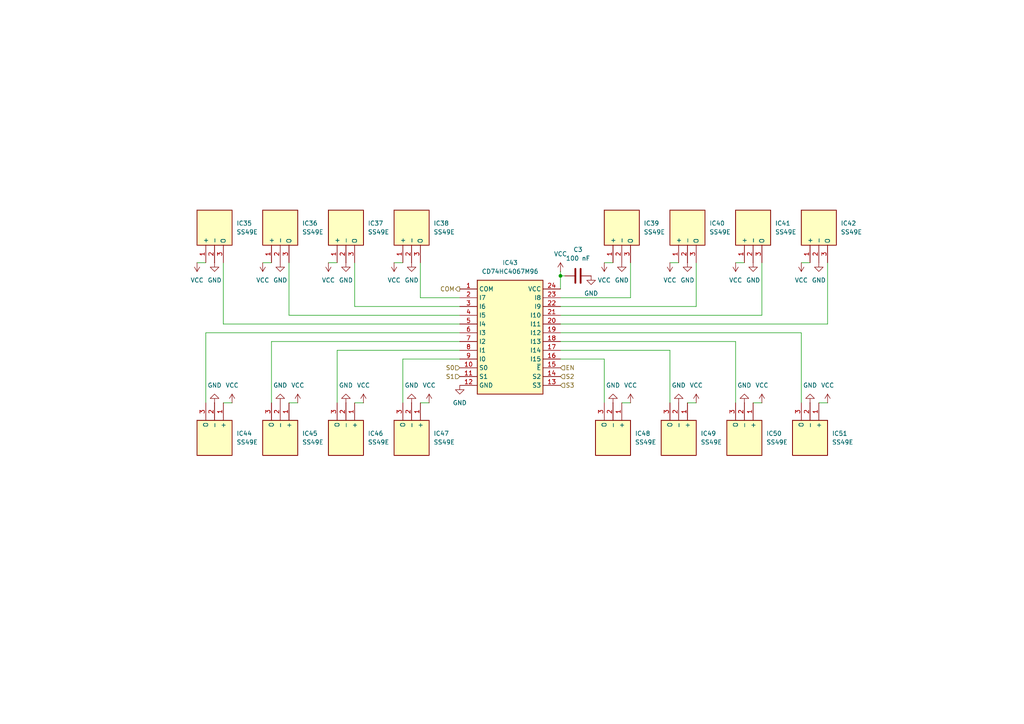
<source format=kicad_sch>
(kicad_sch (version 20231120) (generator "eeschema") (generator_version "8.0")
  (paper "A4")
  (lib_symbols
    (symbol "Device:C" (pin_numbers hide) (pin_names (offset 0.254))
      (property "Reference" "C" (at 0.635 2.54 0))
      (property "Value" "C" (at 0.635 -2.54 0))
      (symbol "C_0_1"
        (polyline (pts (xy -2.032 -0.762) (xy 2.032 -0.762)) (stroke (width 0.508)))
        (polyline (pts (xy -2.032 0.762) (xy 2.032 0.762)) (stroke (width 0.508)))
      )
      (symbol "C_1_1"
        (pin passive line (at 0 3.81 270) (length 2.794) (name "~") (number "1"))
        (pin passive line (at 0 -3.81 90) (length 2.794) (name "~") (number "2"))
      )
    )
    (symbol "SamacSys_PCB_Library_KiCad:CD74HC4067M96"
      (property "Reference" "IC" (at 25.4 7.62 0))
      (property "Value" "CD74HC4067M96" (at 25.4 5.08 0))
      (symbol "CD74HC4067M96_1_1"
        (rectangle (start 5.08 2.54) (end 24.13 -30.48) (stroke (width 0.254)) (fill (type background)))
        (pin passive line (at 0 0 0) (length 5.08) (name "COM") (number "1"))
        (pin passive line (at 0 -22.86 0) (length 5.08) (name "S0") (number "10"))
        (pin passive line (at 0 -25.4 0) (length 5.08) (name "S1") (number "11"))
        (pin passive line (at 0 -27.94 0) (length 5.08) (name "GND") (number "12"))
        (pin passive line (at 29.21 -27.94 180) (length 5.08) (name "S3") (number "13"))
        (pin passive line (at 29.21 -25.4 180) (length 5.08) (name "S2") (number "14"))
        (pin passive line (at 29.21 -22.86 180) (length 5.08) (name "~{E}") (number "15"))
        (pin passive line (at 29.21 -20.32 180) (length 5.08) (name "I15") (number "16"))
        (pin passive line (at 29.21 -17.78 180) (length 5.08) (name "I14") (number "17"))
        (pin passive line (at 29.21 -15.24 180) (length 5.08) (name "I13") (number "18"))
        (pin passive line (at 29.21 -12.7 180) (length 5.08) (name "I12") (number "19"))
        (pin passive line (at 0 -2.54 0) (length 5.08) (name "I7") (number "2"))
        (pin passive line (at 29.21 -10.16 180) (length 5.08) (name "I11") (number "20"))
        (pin passive line (at 29.21 -7.62 180) (length 5.08) (name "I10") (number "21"))
        (pin passive line (at 29.21 -5.08 180) (length 5.08) (name "I9") (number "22"))
        (pin passive line (at 29.21 -2.54 180) (length 5.08) (name "I8") (number "23"))
        (pin passive line (at 29.21 0 180) (length 5.08) (name "VCC") (number "24"))
        (pin passive line (at 0 -5.08 0) (length 5.08) (name "I6") (number "3"))
        (pin passive line (at 0 -7.62 0) (length 5.08) (name "I5") (number "4"))
        (pin passive line (at 0 -10.16 0) (length 5.08) (name "I4") (number "5"))
        (pin passive line (at 0 -12.7 0) (length 5.08) (name "I3") (number "6"))
        (pin passive line (at 0 -15.24 0) (length 5.08) (name "I2") (number "7"))
        (pin passive line (at 0 -17.78 0) (length 5.08) (name "I1") (number "8"))
        (pin passive line (at 0 -20.32 0) (length 5.08) (name "I0") (number "9"))
      )
    )
    (symbol "SamacSys_PCB_Library_KiCad:SS49E"
      (property "Reference" "IC" (at 16.51 7.62 0))
      (property "Value" "SS49E" (at 16.51 5.08 0))
      (symbol "SS49E_1_1"
        (rectangle (start 5.08 2.54) (end 15.24 -7.62) (stroke (width 0.254)) (fill (type background)))
        (pin power_in line (at 0 0 0) (length 5.08) (name "+") (number "1"))
        (pin power_in line (at 0 -2.54 0) (length 5.08) (name "-") (number "2"))
        (pin passive line (at 0 -5.08 0) (length 5.08) (name "O") (number "3"))
      )
    )
    (symbol "power:GND" (power) (pin_numbers hide) (pin_names (offset 0) hide)
      (property "Value" "GND" (at 0 -3.81 0))
      (symbol "GND_0_1"
        (polyline (pts (xy 0 0) (xy 0 -1.27) (xy 1.27 -1.27) (xy 0 -2.54) (xy -1.27 -1.27) (xy 0 -1.27)))
      )
      (symbol "GND_1_1"
        (pin power_in line (at 0 0 270) (length 0) (name "~") (number "1"))
      )
    )
    (symbol "power:VCC" (power) (pin_numbers hide) (pin_names (offset 0) hide)
      (property "Value" "VCC" (at 0 3.556 0))
      (symbol "VCC_0_1"
        (polyline (pts (xy -0.762 1.27) (xy 0 2.54)))
        (polyline (pts (xy 0 0) (xy 0 2.54)))
        (polyline (pts (xy 0 2.54) (xy 0.762 1.27)))
      )
      (symbol "VCC_1_1"
        (pin power_in line (at 0 0 90) (length 0) (name "~") (number "1"))
      )
    )
  )
  (junction (at 162.56 80.01))
  (wire (pts (xy 64.77 93.98) (xy 133.35 93.98)))
  (wire (pts (xy 240.03 93.98) (xy 240.03 76.2)))
  (wire (pts (xy 162.56 88.9) (xy 201.93 88.9)))
  (wire (pts (xy 121.92 116.84) (xy 124.46 116.84)))
  (wire (pts (xy 177.8 76.2) (xy 175.26 76.2)))
  (wire (pts (xy 133.35 96.52) (xy 59.69 96.52)))
  (wire (pts (xy 133.35 104.14) (xy 116.84 104.14)))
  (wire (pts (xy 162.56 104.14) (xy 175.26 104.14)))
  (wire (pts (xy 83.82 76.2) (xy 83.82 91.44)))
  (wire (pts (xy 64.77 76.2) (xy 64.77 93.98)))
  (wire (pts (xy 162.56 101.6) (xy 194.31 101.6)))
  (wire (pts (xy 162.56 80.01) (xy 163.83 80.01)))
  (wire (pts (xy 162.56 96.52) (xy 232.41 96.52)))
  (wire (pts (xy 162.56 93.98) (xy 240.03 93.98)))
  (wire (pts (xy 196.85 76.2) (xy 194.31 76.2)))
  (wire (pts (xy 116.84 76.2) (xy 114.3 76.2)))
  (wire (pts (xy 102.87 116.84) (xy 105.41 116.84)))
  (wire (pts (xy 162.56 99.06) (xy 213.36 99.06)))
  (wire (pts (xy 102.87 76.2) (xy 102.87 88.9)))
  (wire (pts (xy 121.92 86.36) (xy 133.35 86.36)))
  (wire (pts (xy 59.69 96.52) (xy 59.69 116.84)))
  (wire (pts (xy 162.56 80.01) (xy 162.56 83.82)))
  (wire (pts (xy 121.92 76.2) (xy 121.92 86.36)))
  (wire (pts (xy 182.88 86.36) (xy 162.56 86.36)))
  (wire (pts (xy 215.9 76.2) (xy 213.36 76.2)))
  (wire (pts (xy 234.95 76.2) (xy 232.41 76.2)))
  (wire (pts (xy 133.35 99.06) (xy 78.74 99.06)))
  (wire (pts (xy 162.56 78.74) (xy 162.56 80.01)))
  (wire (pts (xy 162.56 91.44) (xy 220.98 91.44)))
  (wire (pts (xy 133.35 101.6) (xy 97.79 101.6)))
  (wire (pts (xy 201.93 88.9) (xy 201.93 76.2)))
  (wire (pts (xy 59.69 76.2) (xy 57.15 76.2)))
  (wire (pts (xy 116.84 104.14) (xy 116.84 116.84)))
  (wire (pts (xy 199.39 116.84) (xy 201.93 116.84)))
  (wire (pts (xy 194.31 101.6) (xy 194.31 116.84)))
  (wire (pts (xy 78.74 99.06) (xy 78.74 116.84)))
  (wire (pts (xy 218.44 116.84) (xy 220.98 116.84)))
  (wire (pts (xy 97.79 76.2) (xy 95.25 76.2)))
  (wire (pts (xy 64.77 116.84) (xy 67.31 116.84)))
  (wire (pts (xy 232.41 116.84) (xy 232.41 96.52)))
  (wire (pts (xy 220.98 91.44) (xy 220.98 76.2)))
  (wire (pts (xy 182.88 76.2) (xy 182.88 86.36)))
  (wire (pts (xy 97.79 101.6) (xy 97.79 116.84)))
  (wire (pts (xy 237.49 116.84) (xy 240.03 116.84)))
  (wire (pts (xy 213.36 99.06) (xy 213.36 116.84)))
  (wire (pts (xy 78.74 76.2) (xy 76.2 76.2)))
  (wire (pts (xy 102.87 88.9) (xy 133.35 88.9)))
  (wire (pts (xy 180.34 116.84) (xy 182.88 116.84)))
  (wire (pts (xy 83.82 116.84) (xy 86.36 116.84)))
  (wire (pts (xy 83.82 91.44) (xy 133.35 91.44)))
  (wire (pts (xy 175.26 104.14) (xy 175.26 116.84)))
  (hierarchical_label "S1" (shape input) (at 133.35 109.22 180))
  (hierarchical_label "EN" (shape input) (at 162.56 106.68 0))
  (hierarchical_label "S0" (shape input) (at 133.35 106.68 180))
  (hierarchical_label "S3" (shape input) (at 162.56 111.76 0))
  (hierarchical_label "COM" (shape output) (at 133.35 83.82 180))
  (hierarchical_label "S2" (shape input) (at 162.56 109.22 0))
  (symbol (lib_id "power:VCC") (at 201.93 116.84 0) (unit 1)
    (property "Reference" "#PWR098" (effects (hide yes)))
    (property "Value" "VCC" (at 201.93 111.76 0))
    (property "Description" "Power symbol creates a global label with name \"VCC\"" (effects (hide yes)))
    (instances (project "Chessboard Hardware" (path "" (reference "#PWR098") (unit 1)) (path "" (reference "#PWR030") (unit 1)) (path "" (reference "#PWR064") (unit 1)) (path "" (reference "#PWR0132") (unit 1))))
  )
  (symbol (lib_id "SamacSys_PCB_Library_KiCad:SS49E") (at 196.85 76.2 90) (unit 1)
    (property "Reference" "IC40" (at 205.74 64.7699 90) (effects (justify right)))
    (property "Value" "SS49E" (at 205.74 67.3099 90) (effects (justify right)))
    (property "Footprint" "SamacSys_PCB_Library_KiCad:TO130P160X410X300-3P" (effects (hide yes)))
    (property "Datasheet" "https://datasheet.datasheetarchive.com/originals/distributors/SFDatasheet-1/sf-00023632.pdf" (effects (hide yes)))
    (property "Description" "Honeywell Ratiometric Hall Effect Sensor switching current 1.5 mA supply voltage 2.7  6.5 V dc" (effects (hide yes)))
    (property "Height" "1.6" (effects (hide yes)))
    (property "Manufacturer_Name" "Honeywell" (effects (hide yes)))
    (property "Manufacturer_Part_Number" "SS49E" (effects (hide yes)))
    (property "Mouser Part Number" "785-SS49E" (effects (hide yes)))
    (property "Mouser Price/Stock" "https://www.mouser.co.uk/ProductDetail/Honeywell/SS49E?qs=%2Ffq2y7sSKcJBD3o5K2Vcgg%3D%3D" (effects (hide yes)))
    (property "Arrow Part Number" "SS49E" (effects (hide yes)))
    (property "Arrow Price/Stock" "https://www.arrow.com/en/products/ss49e/honeywell?region=europe" (effects (hide yes)))
    (property "DigiKey" "https://www.digikey.com/short/49qj7qmv" (effects (hide yes)))
    (instances (project "Chessboard Hardware" (path "" (reference "IC40") (unit 1)) (path "" (reference "IC10") (unit 1)) (path "" (reference "IC23") (unit 1)) (path "" (reference "IC57") (unit 1))))
  )
  (symbol (lib_id "power:GND") (at 234.95 116.84 180) (unit 1)
    (property "Reference" "#PWR0101" (effects (hide yes)))
    (property "Value" "GND" (at 234.95 111.76 0))
    (property "Description" "Power symbol creates a global label with name \"GND\" , ground" (effects (hide yes)))
    (instances (project "Chessboard Hardware" (path "" (reference "#PWR0101") (unit 1)) (path "" (reference "#PWR033") (unit 1)) (path "" (reference "#PWR067") (unit 1)) (path "" (reference "#PWR0135") (unit 1))))
  )
  (symbol (lib_id "power:GND") (at 215.9 116.84 180) (unit 1)
    (property "Reference" "#PWR099" (effects (hide yes)))
    (property "Value" "GND" (at 215.9 111.76 0))
    (property "Description" "Power symbol creates a global label with name \"GND\" , ground" (effects (hide yes)))
    (instances (project "Chessboard Hardware" (path "" (reference "#PWR099") (unit 1)) (path "" (reference "#PWR031") (unit 1)) (path "" (reference "#PWR065") (unit 1)) (path "" (reference "#PWR0133") (unit 1))))
  )
  (symbol (lib_id "SamacSys_PCB_Library_KiCad:SS49E") (at 83.82 116.84 270) (unit 1)
    (property "Reference" "IC45" (at 87.63 125.7299 90) (effects (justify left)))
    (property "Value" "SS49E" (at 87.63 128.2699 90) (effects (justify left)))
    (property "Footprint" "SamacSys_PCB_Library_KiCad:TO130P160X410X300-3P" (effects (hide yes)))
    (property "Datasheet" "https://datasheet.datasheetarchive.com/originals/distributors/SFDatasheet-1/sf-00023632.pdf" (effects (hide yes)))
    (property "Description" "Honeywell Ratiometric Hall Effect Sensor switching current 1.5 mA supply voltage 2.7  6.5 V dc" (effects (hide yes)))
    (property "Height" "1.6" (effects (hide yes)))
    (property "Manufacturer_Name" "Honeywell" (effects (hide yes)))
    (property "Manufacturer_Part_Number" "SS49E" (effects (hide yes)))
    (property "Mouser Part Number" "785-SS49E" (effects (hide yes)))
    (property "Mouser Price/Stock" "https://www.mouser.co.uk/ProductDetail/Honeywell/SS49E?qs=%2Ffq2y7sSKcJBD3o5K2Vcgg%3D%3D" (effects (hide yes)))
    (property "Arrow Part Number" "SS49E" (effects (hide yes)))
    (property "Arrow Price/Stock" "https://www.arrow.com/en/products/ss49e/honeywell?region=europe" (effects (hide yes)))
    (property "DigiKey" "https://www.digikey.com/short/49qj7qmv" (effects (hide yes)))
    (instances (project "Chessboard Hardware" (path "" (reference "IC45") (unit 1)) (path "" (reference "IC3") (unit 1)) (path "" (reference "IC28") (unit 1)) (path "" (reference "IC62") (unit 1))))
  )
  (symbol (lib_id "power:VCC") (at 76.2 76.2 180) (unit 1)
    (property "Reference" "#PWR071" (effects (hide yes)))
    (property "Value" "VCC" (at 76.2 81.28 0))
    (property "Description" "Power symbol creates a global label with name \"VCC\"" (effects (hide yes)))
    (instances (project "Chessboard Hardware" (path "" (reference "#PWR071") (unit 1)) (path "" (reference "#PWR03") (unit 1)) (path "" (reference "#PWR037") (unit 1)) (path "" (reference "#PWR0105") (unit 1))))
  )
  (symbol (lib_id "SamacSys_PCB_Library_KiCad:SS49E") (at 199.39 116.84 270) (unit 1)
    (property "Reference" "IC49" (at 203.2 125.7299 90) (effects (justify left)))
    (property "Value" "SS49E" (at 203.2 128.2699 90) (effects (justify left)))
    (property "Footprint" "SamacSys_PCB_Library_KiCad:TO130P160X410X300-3P" (effects (hide yes)))
    (property "Datasheet" "https://datasheet.datasheetarchive.com/originals/distributors/SFDatasheet-1/sf-00023632.pdf" (effects (hide yes)))
    (property "Description" "Honeywell Ratiometric Hall Effect Sensor switching current 1.5 mA supply voltage 2.7  6.5 V dc" (effects (hide yes)))
    (property "Height" "1.6" (effects (hide yes)))
    (property "Manufacturer_Name" "Honeywell" (effects (hide yes)))
    (property "Manufacturer_Part_Number" "SS49E" (effects (hide yes)))
    (property "Mouser Part Number" "785-SS49E" (effects (hide yes)))
    (property "Mouser Price/Stock" "https://www.mouser.co.uk/ProductDetail/Honeywell/SS49E?qs=%2Ffq2y7sSKcJBD3o5K2Vcgg%3D%3D" (effects (hide yes)))
    (property "Arrow Part Number" "SS49E" (effects (hide yes)))
    (property "Arrow Price/Stock" "https://www.arrow.com/en/products/ss49e/honeywell?region=europe" (effects (hide yes)))
    (property "DigiKey" "https://www.digikey.com/short/49qj7qmv" (effects (hide yes)))
    (instances (project "Chessboard Hardware" (path "" (reference "IC49") (unit 1)) (path "" (reference "IC15") (unit 1)) (path "" (reference "IC32") (unit 1)) (path "" (reference "IC66") (unit 1))))
  )
  (symbol (lib_id "power:GND") (at 177.8 116.84 180) (unit 1)
    (property "Reference" "#PWR095" (effects (hide yes)))
    (property "Value" "GND" (at 177.8 111.76 0))
    (property "Description" "Power symbol creates a global label with name \"GND\" , ground" (effects (hide yes)))
    (instances (project "Chessboard Hardware" (path "" (reference "#PWR095") (unit 1)) (path "" (reference "#PWR027") (unit 1)) (path "" (reference "#PWR061") (unit 1)) (path "" (reference "#PWR0129") (unit 1))))
  )
  (symbol (lib_id "SamacSys_PCB_Library_KiCad:SS49E") (at 97.79 76.2 90) (unit 1)
    (property "Reference" "IC37" (at 106.68 64.7699 90) (effects (justify right)))
    (property "Value" "SS49E" (at 106.68 67.3099 90) (effects (justify right)))
    (property "Footprint" "SamacSys_PCB_Library_KiCad:TO130P160X410X300-3P" (effects (hide yes)))
    (property "Datasheet" "https://datasheet.datasheetarchive.com/originals/distributors/SFDatasheet-1/sf-00023632.pdf" (effects (hide yes)))
    (property "Description" "Honeywell Ratiometric Hall Effect Sensor switching current 1.5 mA supply voltage 2.7  6.5 V dc" (effects (hide yes)))
    (property "Height" "1.6" (effects (hide yes)))
    (property "Manufacturer_Name" "Honeywell" (effects (hide yes)))
    (property "Manufacturer_Part_Number" "SS49E" (effects (hide yes)))
    (property "Mouser Part Number" "785-SS49E" (effects (hide yes)))
    (property "Mouser Price/Stock" "https://www.mouser.co.uk/ProductDetail/Honeywell/SS49E?qs=%2Ffq2y7sSKcJBD3o5K2Vcgg%3D%3D" (effects (hide yes)))
    (property "Arrow Part Number" "SS49E" (effects (hide yes)))
    (property "Arrow Price/Stock" "https://www.arrow.com/en/products/ss49e/honeywell?region=europe" (effects (hide yes)))
    (property "DigiKey" "https://www.digikey.com/short/49qj7qmv" (effects (hide yes)))
    (instances (project "Chessboard Hardware" (path "" (reference "IC37") (unit 1)) (path "" (reference "IC7") (unit 1)) (path "" (reference "IC20") (unit 1)) (path "" (reference "IC54") (unit 1))))
  )
  (symbol (lib_id "Device:C") (at 167.64 80.01 90) (unit 1)
    (property "Reference" "C3" (at 167.64 72.39 90))
    (property "Value" "100 nF" (at 167.64 74.93 90))
    (property "Footprint" "Capacitor_THT:C_Disc_D5.0mm_W2.5mm_P2.50mm" (effects (hide yes)))
    (property "Description" "Unpolarized capacitor" (effects (hide yes)))
    (instances (project "" (path "" (reference "C3") (unit 1)) (path "" (reference "C1") (unit 1)) (path "" (reference "C2") (unit 1)) (path "" (reference "C4") (unit 1))))
  )
  (symbol (lib_id "power:GND") (at 119.38 76.2 0) (unit 1)
    (property "Reference" "#PWR076" (effects (hide yes)))
    (property "Value" "GND" (at 119.38 81.28 0))
    (property "Description" "Power symbol creates a global label with name \"GND\" , ground" (effects (hide yes)))
    (instances (project "Chessboard Hardware" (path "" (reference "#PWR076") (unit 1)) (path "" (reference "#PWR08") (unit 1)) (path "" (reference "#PWR042") (unit 1)) (path "" (reference "#PWR0110") (unit 1))))
  )
  (symbol (lib_id "power:GND") (at 62.23 76.2 0) (unit 1)
    (property "Reference" "#PWR0104" (effects (hide yes)))
    (property "Value" "GND" (at 62.23 81.28 0))
    (property "Description" "Power symbol creates a global label with name \"GND\" , ground" (effects (hide yes)))
    (instances (project "" (path "" (reference "#PWR0104") (unit 1)) (path "" (reference "#PWR070") (unit 1)) (path "" (reference "#PWR072") (unit 1)) (path "" (reference "#PWR0106") (unit 1))))
  )
  (symbol (lib_id "power:VCC") (at 220.98 116.84 0) (unit 1)
    (property "Reference" "#PWR0100" (effects (hide yes)))
    (property "Value" "VCC" (at 220.98 111.76 0))
    (property "Description" "Power symbol creates a global label with name \"VCC\"" (effects (hide yes)))
    (instances (project "Chessboard Hardware" (path "" (reference "#PWR0100") (unit 1)) (path "" (reference "#PWR032") (unit 1)) (path "" (reference "#PWR066") (unit 1)) (path "" (reference "#PWR0134") (unit 1))))
  )
  (symbol (lib_id "power:VCC") (at 182.88 116.84 0) (unit 1)
    (property "Reference" "#PWR096" (effects (hide yes)))
    (property "Value" "VCC" (at 182.88 111.76 0))
    (property "Description" "Power symbol creates a global label with name \"VCC\"" (effects (hide yes)))
    (instances (project "Chessboard Hardware" (path "" (reference "#PWR096") (unit 1)) (path "" (reference "#PWR028") (unit 1)) (path "" (reference "#PWR062") (unit 1)) (path "" (reference "#PWR0130") (unit 1))))
  )
  (symbol (lib_id "SamacSys_PCB_Library_KiCad:SS49E") (at 237.49 116.84 270) (unit 1)
    (property "Reference" "IC51" (at 241.3 125.7299 90) (effects (justify left)))
    (property "Value" "SS49E" (at 241.3 128.2699 90) (effects (justify left)))
    (property "Footprint" "SamacSys_PCB_Library_KiCad:TO130P160X410X300-3P" (effects (hide yes)))
    (property "Datasheet" "https://datasheet.datasheetarchive.com/originals/distributors/SFDatasheet-1/sf-00023632.pdf" (effects (hide yes)))
    (property "Description" "Honeywell Ratiometric Hall Effect Sensor switching current 1.5 mA supply voltage 2.7  6.5 V dc" (effects (hide yes)))
    (property "Height" "1.6" (effects (hide yes)))
    (property "Manufacturer_Name" "Honeywell" (effects (hide yes)))
    (property "Manufacturer_Part_Number" "SS49E" (effects (hide yes)))
    (property "Mouser Part Number" "785-SS49E" (effects (hide yes)))
    (property "Mouser Price/Stock" "https://www.mouser.co.uk/ProductDetail/Honeywell/SS49E?qs=%2Ffq2y7sSKcJBD3o5K2Vcgg%3D%3D" (effects (hide yes)))
    (property "Arrow Part Number" "SS49E" (effects (hide yes)))
    (property "Arrow Price/Stock" "https://www.arrow.com/en/products/ss49e/honeywell?region=europe" (effects (hide yes)))
    (property "DigiKey" "https://www.digikey.com/short/49qj7qmv" (effects (hide yes)))
    (instances (project "Chessboard Hardware" (path "" (reference "IC51") (unit 1)) (path "" (reference "IC13") (unit 1)) (path "" (reference "IC34") (unit 1)) (path "" (reference "IC68") (unit 1))))
  )
  (symbol (lib_id "power:VCC") (at 95.25 76.2 180) (unit 1)
    (property "Reference" "#PWR073" (effects (hide yes)))
    (property "Value" "VCC" (at 95.25 81.28 0))
    (property "Description" "Power symbol creates a global label with name \"VCC\"" (effects (hide yes)))
    (instances (project "Chessboard Hardware" (path "" (reference "#PWR073") (unit 1)) (path "" (reference "#PWR05") (unit 1)) (path "" (reference "#PWR039") (unit 1)) (path "" (reference "#PWR0107") (unit 1))))
  )
  (symbol (lib_id "SamacSys_PCB_Library_KiCad:SS49E") (at 177.8 76.2 90) (unit 1)
    (property "Reference" "IC39" (at 186.69 64.7699 90) (effects (justify right)))
    (property "Value" "SS49E" (at 186.69 67.3099 90) (effects (justify right)))
    (property "Footprint" "SamacSys_PCB_Library_KiCad:TO130P160X410X300-3P" (effects (hide yes)))
    (property "Datasheet" "https://datasheet.datasheetarchive.com/originals/distributors/SFDatasheet-1/sf-00023632.pdf" (effects (hide yes)))
    (property "Description" "Honeywell Ratiometric Hall Effect Sensor switching current 1.5 mA supply voltage 2.7  6.5 V dc" (effects (hide yes)))
    (property "Height" "1.6" (effects (hide yes)))
    (property "Manufacturer_Name" "Honeywell" (effects (hide yes)))
    (property "Manufacturer_Part_Number" "SS49E" (effects (hide yes)))
    (property "Mouser Part Number" "785-SS49E" (effects (hide yes)))
    (property "Mouser Price/Stock" "https://www.mouser.co.uk/ProductDetail/Honeywell/SS49E?qs=%2Ffq2y7sSKcJBD3o5K2Vcgg%3D%3D" (effects (hide yes)))
    (property "Arrow Part Number" "SS49E" (effects (hide yes)))
    (property "Arrow Price/Stock" "https://www.arrow.com/en/products/ss49e/honeywell?region=europe" (effects (hide yes)))
    (property "DigiKey" "https://www.digikey.com/short/49qj7qmv" (effects (hide yes)))
    (instances (project "Chessboard Hardware" (path "" (reference "IC39") (unit 1)) (path "" (reference "IC9") (unit 1)) (path "" (reference "IC22") (unit 1)) (path "" (reference "IC56") (unit 1))))
  )
  (symbol (lib_id "power:GND") (at 81.28 76.2 0) (unit 1)
    (property "Reference" "#PWR036" (effects (hide yes)))
    (property "Value" "GND" (at 81.28 81.28 0))
    (property "Description" "Power symbol creates a global label with name \"GND\" , ground" (effects (hide yes)))
    (instances (project "" (path "" (reference "#PWR036") (unit 1)) (path "" (reference "#PWR02") (unit 1)) (path "" (reference "#PWR04") (unit 1)) (path "" (reference "#PWR038") (unit 1))))
  )
  (symbol (lib_id "power:GND") (at 237.49 76.2 0) (unit 1)
    (property "Reference" "#PWR084" (effects (hide yes)))
    (property "Value" "GND" (at 237.49 81.28 0))
    (property "Description" "Power symbol creates a global label with name \"GND\" , ground" (effects (hide yes)))
    (instances (project "Chessboard Hardware" (path "" (reference "#PWR084") (unit 1)) (path "" (reference "#PWR016") (unit 1)) (path "" (reference "#PWR050") (unit 1)) (path "" (reference "#PWR0118") (unit 1))))
  )
  (symbol (lib_id "power:GND") (at 62.23 116.84 180) (unit 1)
    (property "Reference" "#PWR087" (effects (hide yes)))
    (property "Value" "GND" (at 62.23 111.76 0))
    (property "Description" "Power symbol creates a global label with name \"GND\" , ground" (effects (hide yes)))
    (instances (project "Chessboard Hardware" (path "" (reference "#PWR087") (unit 1)) (path "" (reference "#PWR019") (unit 1)) (path "" (reference "#PWR053") (unit 1)) (path "" (reference "#PWR0121") (unit 1))))
  )
  (symbol (lib_id "power:GND") (at 133.35 111.76 0) (unit 1)
    (property "Reference" "#PWR086" (effects (hide yes)))
    (property "Value" "GND" (at 133.35 116.84 0))
    (property "Description" "Power symbol creates a global label with name \"GND\" , ground" (effects (hide yes)))
    (instances (project "Chessboard Hardware" (path "" (reference "#PWR086") (unit 1)) (path "" (reference "#PWR018") (unit 1)) (path "" (reference "#PWR052") (unit 1)) (path "" (reference "#PWR0120") (unit 1))))
  )
  (symbol (lib_id "power:VCC") (at 232.41 76.2 180) (unit 1)
    (property "Reference" "#PWR083" (effects (hide yes)))
    (property "Value" "VCC" (at 232.41 81.28 0))
    (property "Description" "Power symbol creates a global label with name \"VCC\"" (effects (hide yes)))
    (instances (project "Chessboard Hardware" (path "" (reference "#PWR083") (unit 1)) (path "" (reference "#PWR015") (unit 1)) (path "" (reference "#PWR049") (unit 1)) (path "" (reference "#PWR0117") (unit 1))))
  )
  (symbol (lib_id "SamacSys_PCB_Library_KiCad:SS49E") (at 102.87 116.84 270) (unit 1)
    (property "Reference" "IC46" (at 106.68 125.7299 90) (effects (justify left)))
    (property "Value" "SS49E" (at 106.68 128.2699 90) (effects (justify left)))
    (property "Footprint" "SamacSys_PCB_Library_KiCad:TO130P160X410X300-3P" (effects (hide yes)))
    (property "Datasheet" "https://datasheet.datasheetarchive.com/originals/distributors/SFDatasheet-1/sf-00023632.pdf" (effects (hide yes)))
    (property "Description" "Honeywell Ratiometric Hall Effect Sensor switching current 1.5 mA supply voltage 2.7  6.5 V dc" (effects (hide yes)))
    (property "Height" "1.6" (effects (hide yes)))
    (property "Manufacturer_Name" "Honeywell" (effects (hide yes)))
    (property "Manufacturer_Part_Number" "SS49E" (effects (hide yes)))
    (property "Mouser Part Number" "785-SS49E" (effects (hide yes)))
    (property "Mouser Price/Stock" "https://www.mouser.co.uk/ProductDetail/Honeywell/SS49E?qs=%2Ffq2y7sSKcJBD3o5K2Vcgg%3D%3D" (effects (hide yes)))
    (property "Arrow Part Number" "SS49E" (effects (hide yes)))
    (property "Arrow Price/Stock" "https://www.arrow.com/en/products/ss49e/honeywell?region=europe" (effects (hide yes)))
    (property "DigiKey" "https://www.digikey.com/short/49qj7qmv" (effects (hide yes)))
    (instances (project "Chessboard Hardware" (path "" (reference "IC46") (unit 1)) (path "" (reference "IC2") (unit 1)) (path "" (reference "IC29") (unit 1)) (path "" (reference "IC63") (unit 1))))
  )
  (symbol (lib_id "power:VCC") (at 105.41 116.84 0) (unit 1)
    (property "Reference" "#PWR092" (effects (hide yes)))
    (property "Value" "VCC" (at 105.41 111.76 0))
    (property "Description" "Power symbol creates a global label with name \"VCC\"" (effects (hide yes)))
    (instances (project "Chessboard Hardware" (path "" (reference "#PWR092") (unit 1)) (path "" (reference "#PWR024") (unit 1)) (path "" (reference "#PWR058") (unit 1)) (path "" (reference "#PWR0126") (unit 1))))
  )
  (symbol (lib_id "power:GND") (at 81.28 116.84 180) (unit 1)
    (property "Reference" "#PWR089" (effects (hide yes)))
    (property "Value" "GND" (at 81.28 111.76 0))
    (property "Description" "Power symbol creates a global label with name \"GND\" , ground" (effects (hide yes)))
    (instances (project "Chessboard Hardware" (path "" (reference "#PWR089") (unit 1)) (path "" (reference "#PWR021") (unit 1)) (path "" (reference "#PWR055") (unit 1)) (path "" (reference "#PWR0123") (unit 1))))
  )
  (symbol (lib_id "SamacSys_PCB_Library_KiCad:SS49E") (at 218.44 116.84 270) (unit 1)
    (property "Reference" "IC50" (at 222.25 125.7299 90) (effects (justify left)))
    (property "Value" "SS49E" (at 222.25 128.2699 90) (effects (justify left)))
    (property "Footprint" "SamacSys_PCB_Library_KiCad:TO130P160X410X300-3P" (effects (hide yes)))
    (property "Datasheet" "https://datasheet.datasheetarchive.com/originals/distributors/SFDatasheet-1/sf-00023632.pdf" (effects (hide yes)))
    (property "Description" "Honeywell Ratiometric Hall Effect Sensor switching current 1.5 mA supply voltage 2.7  6.5 V dc" (effects (hide yes)))
    (property "Height" "1.6" (effects (hide yes)))
    (property "Manufacturer_Name" "Honeywell" (effects (hide yes)))
    (property "Manufacturer_Part_Number" "SS49E" (effects (hide yes)))
    (property "Mouser Part Number" "785-SS49E" (effects (hide yes)))
    (property "Mouser Price/Stock" "https://www.mouser.co.uk/ProductDetail/Honeywell/SS49E?qs=%2Ffq2y7sSKcJBD3o5K2Vcgg%3D%3D" (effects (hide yes)))
    (property "Arrow Part Number" "SS49E" (effects (hide yes)))
    (property "Arrow Price/Stock" "https://www.arrow.com/en/products/ss49e/honeywell?region=europe" (effects (hide yes)))
    (property "DigiKey" "https://www.digikey.com/short/49qj7qmv" (effects (hide yes)))
    (instances (project "Chessboard Hardware" (path "" (reference "IC50") (unit 1)) (path "" (reference "IC14") (unit 1)) (path "" (reference "IC33") (unit 1)) (path "" (reference "IC67") (unit 1))))
  )
  (symbol (lib_id "SamacSys_PCB_Library_KiCad:SS49E") (at 215.9 76.2 90) (unit 1)
    (property "Reference" "IC41" (at 224.79 64.7699 90) (effects (justify right)))
    (property "Value" "SS49E" (at 224.79 67.3099 90) (effects (justify right)))
    (property "Footprint" "SamacSys_PCB_Library_KiCad:TO130P160X410X300-3P" (effects (hide yes)))
    (property "Datasheet" "https://datasheet.datasheetarchive.com/originals/distributors/SFDatasheet-1/sf-00023632.pdf" (effects (hide yes)))
    (property "Description" "Honeywell Ratiometric Hall Effect Sensor switching current 1.5 mA supply voltage 2.7  6.5 V dc" (effects (hide yes)))
    (property "Height" "1.6" (effects (hide yes)))
    (property "Manufacturer_Name" "Honeywell" (effects (hide yes)))
    (property "Manufacturer_Part_Number" "SS49E" (effects (hide yes)))
    (property "Mouser Part Number" "785-SS49E" (effects (hide yes)))
    (property "Mouser Price/Stock" "https://www.mouser.co.uk/ProductDetail/Honeywell/SS49E?qs=%2Ffq2y7sSKcJBD3o5K2Vcgg%3D%3D" (effects (hide yes)))
    (property "Arrow Part Number" "SS49E" (effects (hide yes)))
    (property "Arrow Price/Stock" "https://www.arrow.com/en/products/ss49e/honeywell?region=europe" (effects (hide yes)))
    (property "DigiKey" "https://www.digikey.com/short/49qj7qmv" (effects (hide yes)))
    (instances (project "Chessboard Hardware" (path "" (reference "IC41") (unit 1)) (path "" (reference "IC11") (unit 1)) (path "" (reference "IC24") (unit 1)) (path "" (reference "IC58") (unit 1))))
  )
  (symbol (lib_id "power:GND") (at 196.85 116.84 180) (unit 1)
    (property "Reference" "#PWR097" (effects (hide yes)))
    (property "Value" "GND" (at 196.85 111.76 0))
    (property "Description" "Power symbol creates a global label with name \"GND\" , ground" (effects (hide yes)))
    (instances (project "Chessboard Hardware" (path "" (reference "#PWR097") (unit 1)) (path "" (reference "#PWR029") (unit 1)) (path "" (reference "#PWR063") (unit 1)) (path "" (reference "#PWR0131") (unit 1))))
  )
  (symbol (lib_id "power:VCC") (at 86.36 116.84 0) (unit 1)
    (property "Reference" "#PWR090" (effects (hide yes)))
    (property "Value" "VCC" (at 86.36 111.76 0))
    (property "Description" "Power symbol creates a global label with name \"VCC\"" (effects (hide yes)))
    (instances (project "Chessboard Hardware" (path "" (reference "#PWR090") (unit 1)) (path "" (reference "#PWR022") (unit 1)) (path "" (reference "#PWR056") (unit 1)) (path "" (reference "#PWR0124") (unit 1))))
  )
  (symbol (lib_id "SamacSys_PCB_Library_KiCad:SS49E") (at 180.34 116.84 270) (unit 1)
    (property "Reference" "IC48" (at 184.15 125.7299 90) (effects (justify left)))
    (property "Value" "SS49E" (at 184.15 128.2699 90) (effects (justify left)))
    (property "Footprint" "SamacSys_PCB_Library_KiCad:TO130P160X410X300-3P" (effects (hide yes)))
    (property "Datasheet" "https://datasheet.datasheetarchive.com/originals/distributors/SFDatasheet-1/sf-00023632.pdf" (effects (hide yes)))
    (property "Description" "Honeywell Ratiometric Hall Effect Sensor switching current 1.5 mA supply voltage 2.7  6.5 V dc" (effects (hide yes)))
    (property "Height" "1.6" (effects (hide yes)))
    (property "Manufacturer_Name" "Honeywell" (effects (hide yes)))
    (property "Manufacturer_Part_Number" "SS49E" (effects (hide yes)))
    (property "Mouser Part Number" "785-SS49E" (effects (hide yes)))
    (property "Mouser Price/Stock" "https://www.mouser.co.uk/ProductDetail/Honeywell/SS49E?qs=%2Ffq2y7sSKcJBD3o5K2Vcgg%3D%3D" (effects (hide yes)))
    (property "Arrow Part Number" "SS49E" (effects (hide yes)))
    (property "Arrow Price/Stock" "https://www.arrow.com/en/products/ss49e/honeywell?region=europe" (effects (hide yes)))
    (property "DigiKey" "https://www.digikey.com/short/49qj7qmv" (effects (hide yes)))
    (instances (project "Chessboard Hardware" (path "" (reference "IC48") (unit 1)) (path "" (reference "IC16") (unit 1)) (path "" (reference "IC31") (unit 1)) (path "" (reference "IC65") (unit 1))))
  )
  (symbol (lib_id "power:VCC") (at 57.15 76.2 180) (unit 1)
    (property "Reference" "#PWR069" (effects (hide yes)))
    (property "Value" "VCC" (at 57.15 81.28 0))
    (property "Description" "Power symbol creates a global label with name \"VCC\"" (effects (hide yes)))
    (instances (project "Chessboard Hardware" (path "" (reference "#PWR069") (unit 1)) (path "" (reference "#PWR01") (unit 1)) (path "" (reference "#PWR035") (unit 1)) (path "" (reference "#PWR0103") (unit 1))))
  )
  (symbol (lib_id "power:VCC") (at 67.31 116.84 0) (unit 1)
    (property "Reference" "#PWR088" (effects (hide yes)))
    (property "Value" "VCC" (at 67.31 111.76 0))
    (property "Description" "Power symbol creates a global label with name \"VCC\"" (effects (hide yes)))
    (instances (project "Chessboard Hardware" (path "" (reference "#PWR088") (unit 1)) (path "" (reference "#PWR020") (unit 1)) (path "" (reference "#PWR054") (unit 1)) (path "" (reference "#PWR0122") (unit 1))))
  )
  (symbol (lib_id "power:VCC") (at 162.56 78.74 0) (unit 1)
    (property "Reference" "#PWR085" (effects (hide yes)))
    (property "Value" "VCC" (at 162.56 73.66 0))
    (property "Description" "Power symbol creates a global label with name \"VCC\"" (effects (hide yes)))
    (instances (project "Chessboard Hardware" (path "" (reference "#PWR085") (unit 1)) (path "" (reference "#PWR017") (unit 1)) (path "" (reference "#PWR051") (unit 1)) (path "" (reference "#PWR0119") (unit 1))))
  )
  (symbol (lib_id "power:GND") (at 171.45 80.01 0) (unit 1)
    (property "Reference" "#PWR0141" (effects (hide yes)))
    (property "Value" "GND" (at 171.45 85.09 0))
    (property "Description" "Power symbol creates a global label with name \"GND\" , ground" (effects (hide yes)))
    (instances (project "" (path "" (reference "#PWR0141") (unit 1)) (path "" (reference "#PWR0139") (unit 1)) (path "" (reference "#PWR0140") (unit 1)) (path "" (reference "#PWR0142") (unit 1))))
  )
  (symbol (lib_id "power:VCC") (at 175.26 76.2 180) (unit 1)
    (property "Reference" "#PWR077" (effects (hide yes)))
    (property "Value" "VCC" (at 175.26 81.28 0))
    (property "Description" "Power symbol creates a global label with name \"VCC\"" (effects (hide yes)))
    (instances (project "Chessboard Hardware" (path "" (reference "#PWR077") (unit 1)) (path "" (reference "#PWR09") (unit 1)) (path "" (reference "#PWR043") (unit 1)) (path "" (reference "#PWR0111") (unit 1))))
  )
  (symbol (lib_id "power:VCC") (at 114.3 76.2 180) (unit 1)
    (property "Reference" "#PWR075" (effects (hide yes)))
    (property "Value" "VCC" (at 114.3 81.28 0))
    (property "Description" "Power symbol creates a global label with name \"VCC\"" (effects (hide yes)))
    (instances (project "Chessboard Hardware" (path "" (reference "#PWR075") (unit 1)) (path "" (reference "#PWR07") (unit 1)) (path "" (reference "#PWR041") (unit 1)) (path "" (reference "#PWR0109") (unit 1))))
  )
  (symbol (lib_id "power:GND") (at 119.38 116.84 180) (unit 1)
    (property "Reference" "#PWR093" (effects (hide yes)))
    (property "Value" "GND" (at 119.38 111.76 0))
    (property "Description" "Power symbol creates a global label with name \"GND\" , ground" (effects (hide yes)))
    (instances (project "Chessboard Hardware" (path "" (reference "#PWR093") (unit 1)) (path "" (reference "#PWR025") (unit 1)) (path "" (reference "#PWR059") (unit 1)) (path "" (reference "#PWR0127") (unit 1))))
  )
  (symbol (lib_id "SamacSys_PCB_Library_KiCad:CD74HC4067M96") (at 133.35 83.82 0) (unit 1)
    (property "Reference" "IC43" (at 147.955 76.2 0))
    (property "Value" "CD74HC4067M96" (at 147.955 78.74 0))
    (property "Footprint" "SamacSys_PCB_Library_KiCad:SOIC127P1030X265-24N" (effects (hide yes)))
    (property "Datasheet" "http://www.ti.com/lit/gpn/cd74hc4067" (effects (hide yes)))
    (property "Description" "High Speed CMOS 16-Channel Analog Multiplexer/Demultiplexer" (effects (hide yes)))
    (property "Height" "2.65" (effects (hide yes)))
    (property "Manufacturer_Name" "Texas Instruments" (effects (hide yes)))
    (property "Manufacturer_Part_Number" "CD74HC4067M96" (effects (hide yes)))
    (property "Mouser Part Number" "595-CD74HC4067M96" (effects (hide yes)))
    (property "Mouser Price/Stock" "https://www.mouser.co.uk/ProductDetail/Texas-Instruments/CD74HC4067M96?qs=xFfolx0DHx0XT7d9xTTZBA%3D%3D" (effects (hide yes)))
    (property "Arrow Part Number" "CD74HC4067M96" (effects (hide yes)))
    (property "Arrow Price/Stock" "https://www.arrow.com/en/products/cd74hc4067m96/texas-instruments?utm_currency=USD&region=nac" (effects (hide yes)))
    (property "DigiKey" "https://www.digikey.com/short/04m5555h" (effects (hide yes)))
    (instances (project "Chessboard Hardware" (path "" (reference "IC43") (unit 1)) (path "" (reference "IC17") (unit 1)) (path "" (reference "IC26") (unit 1)) (path "" (reference "IC60") (unit 1))))
  )
  (symbol (lib_id "power:GND") (at 100.33 116.84 180) (unit 1)
    (property "Reference" "#PWR091" (effects (hide yes)))
    (property "Value" "GND" (at 100.33 111.76 0))
    (property "Description" "Power symbol creates a global label with name \"GND\" , ground" (effects (hide yes)))
    (instances (project "Chessboard Hardware" (path "" (reference "#PWR091") (unit 1)) (path "" (reference "#PWR023") (unit 1)) (path "" (reference "#PWR057") (unit 1)) (path "" (reference "#PWR0125") (unit 1))))
  )
  (symbol (lib_id "power:VCC") (at 213.36 76.2 180) (unit 1)
    (property "Reference" "#PWR081" (effects (hide yes)))
    (property "Value" "VCC" (at 213.36 81.28 0))
    (property "Description" "Power symbol creates a global label with name \"VCC\"" (effects (hide yes)))
    (instances (project "Chessboard Hardware" (path "" (reference "#PWR081") (unit 1)) (path "" (reference "#PWR013") (unit 1)) (path "" (reference "#PWR047") (unit 1)) (path "" (reference "#PWR0115") (unit 1))))
  )
  (symbol (lib_id "SamacSys_PCB_Library_KiCad:SS49E") (at 121.92 116.84 270) (unit 1)
    (property "Reference" "IC47" (at 125.73 125.7299 90) (effects (justify left)))
    (property "Value" "SS49E" (at 125.73 128.2699 90) (effects (justify left)))
    (property "Footprint" "SamacSys_PCB_Library_KiCad:TO130P160X410X300-3P" (effects (hide yes)))
    (property "Datasheet" "https://datasheet.datasheetarchive.com/originals/distributors/SFDatasheet-1/sf-00023632.pdf" (effects (hide yes)))
    (property "Description" "Honeywell Ratiometric Hall Effect Sensor switching current 1.5 mA supply voltage 2.7  6.5 V dc" (effects (hide yes)))
    (property "Height" "1.6" (effects (hide yes)))
    (property "Manufacturer_Name" "Honeywell" (effects (hide yes)))
    (property "Manufacturer_Part_Number" "SS49E" (effects (hide yes)))
    (property "Mouser Part Number" "785-SS49E" (effects (hide yes)))
    (property "Mouser Price/Stock" "https://www.mouser.co.uk/ProductDetail/Honeywell/SS49E?qs=%2Ffq2y7sSKcJBD3o5K2Vcgg%3D%3D" (effects (hide yes)))
    (property "Arrow Part Number" "SS49E" (effects (hide yes)))
    (property "Arrow Price/Stock" "https://www.arrow.com/en/products/ss49e/honeywell?region=europe" (effects (hide yes)))
    (property "DigiKey" "https://www.digikey.com/short/49qj7qmv" (effects (hide yes)))
    (instances (project "Chessboard Hardware" (path "" (reference "IC47") (unit 1)) (path "" (reference "IC1") (unit 1)) (path "" (reference "IC30") (unit 1)) (path "" (reference "IC64") (unit 1))))
  )
  (symbol (lib_id "SamacSys_PCB_Library_KiCad:SS49E") (at 78.74 76.2 90) (unit 1)
    (property "Reference" "IC36" (at 87.63 64.7699 90) (effects (justify right)))
    (property "Value" "SS49E" (at 87.63 67.3099 90) (effects (justify right)))
    (property "Footprint" "SamacSys_PCB_Library_KiCad:TO130P160X410X300-3P" (effects (hide yes)))
    (property "Datasheet" "https://datasheet.datasheetarchive.com/originals/distributors/SFDatasheet-1/sf-00023632.pdf" (effects (hide yes)))
    (property "Description" "Honeywell Ratiometric Hall Effect Sensor switching current 1.5 mA supply voltage 2.7  6.5 V dc" (effects (hide yes)))
    (property "Height" "1.6" (effects (hide yes)))
    (property "Manufacturer_Name" "Honeywell" (effects (hide yes)))
    (property "Manufacturer_Part_Number" "SS49E" (effects (hide yes)))
    (property "Mouser Part Number" "785-SS49E" (effects (hide yes)))
    (property "Mouser Price/Stock" "https://www.mouser.co.uk/ProductDetail/Honeywell/SS49E?qs=%2Ffq2y7sSKcJBD3o5K2Vcgg%3D%3D" (effects (hide yes)))
    (property "Arrow Part Number" "SS49E" (effects (hide yes)))
    (property "Arrow Price/Stock" "https://www.arrow.com/en/products/ss49e/honeywell?region=europe" (effects (hide yes)))
    (property "DigiKey" "https://www.digikey.com/short/49qj7qmv" (effects (hide yes)))
    (instances (project "Chessboard Hardware" (path "" (reference "IC36") (unit 1)) (path "" (reference "IC6") (unit 1)) (path "" (reference "IC19") (unit 1)) (path "" (reference "IC53") (unit 1))))
  )
  (symbol (lib_id "power:GND") (at 218.44 76.2 0) (unit 1)
    (property "Reference" "#PWR082" (effects (hide yes)))
    (property "Value" "GND" (at 218.44 81.28 0))
    (property "Description" "Power symbol creates a global label with name \"GND\" , ground" (effects (hide yes)))
    (instances (project "Chessboard Hardware" (path "" (reference "#PWR082") (unit 1)) (path "" (reference "#PWR014") (unit 1)) (path "" (reference "#PWR048") (unit 1)) (path "" (reference "#PWR0116") (unit 1))))
  )
  (symbol (lib_id "power:GND") (at 199.39 76.2 0) (unit 1)
    (property "Reference" "#PWR080" (effects (hide yes)))
    (property "Value" "GND" (at 199.39 81.28 0))
    (property "Description" "Power symbol creates a global label with name \"GND\" , ground" (effects (hide yes)))
    (instances (project "Chessboard Hardware" (path "" (reference "#PWR080") (unit 1)) (path "" (reference "#PWR012") (unit 1)) (path "" (reference "#PWR046") (unit 1)) (path "" (reference "#PWR0114") (unit 1))))
  )
  (symbol (lib_id "SamacSys_PCB_Library_KiCad:SS49E") (at 116.84 76.2 90) (unit 1)
    (property "Reference" "IC38" (at 125.73 64.7699 90) (effects (justify right)))
    (property "Value" "SS49E" (at 125.73 67.3099 90) (effects (justify right)))
    (property "Footprint" "SamacSys_PCB_Library_KiCad:TO130P160X410X300-3P" (effects (hide yes)))
    (property "Datasheet" "https://datasheet.datasheetarchive.com/originals/distributors/SFDatasheet-1/sf-00023632.pdf" (effects (hide yes)))
    (property "Description" "Honeywell Ratiometric Hall Effect Sensor switching current 1.5 mA supply voltage 2.7  6.5 V dc" (effects (hide yes)))
    (property "Height" "1.6" (effects (hide yes)))
    (property "Manufacturer_Name" "Honeywell" (effects (hide yes)))
    (property "Manufacturer_Part_Number" "SS49E" (effects (hide yes)))
    (property "Mouser Part Number" "785-SS49E" (effects (hide yes)))
    (property "Mouser Price/Stock" "https://www.mouser.co.uk/ProductDetail/Honeywell/SS49E?qs=%2Ffq2y7sSKcJBD3o5K2Vcgg%3D%3D" (effects (hide yes)))
    (property "Arrow Part Number" "SS49E" (effects (hide yes)))
    (property "Arrow Price/Stock" "https://www.arrow.com/en/products/ss49e/honeywell?region=europe" (effects (hide yes)))
    (property "DigiKey" "https://www.digikey.com/short/49qj7qmv" (effects (hide yes)))
    (instances (project "Chessboard Hardware" (path "" (reference "IC38") (unit 1)) (path "" (reference "IC8") (unit 1)) (path "" (reference "IC21") (unit 1)) (path "" (reference "IC55") (unit 1))))
  )
  (symbol (lib_id "SamacSys_PCB_Library_KiCad:SS49E") (at 234.95 76.2 90) (unit 1)
    (property "Reference" "IC42" (at 243.84 64.7699 90) (effects (justify right)))
    (property "Value" "SS49E" (at 243.84 67.3099 90) (effects (justify right)))
    (property "Footprint" "SamacSys_PCB_Library_KiCad:TO130P160X410X300-3P" (effects (hide yes)))
    (property "Datasheet" "https://datasheet.datasheetarchive.com/originals/distributors/SFDatasheet-1/sf-00023632.pdf" (effects (hide yes)))
    (property "Description" "Honeywell Ratiometric Hall Effect Sensor switching current 1.5 mA supply voltage 2.7  6.5 V dc" (effects (hide yes)))
    (property "Height" "1.6" (effects (hide yes)))
    (property "Manufacturer_Name" "Honeywell" (effects (hide yes)))
    (property "Manufacturer_Part_Number" "SS49E" (effects (hide yes)))
    (property "Mouser Part Number" "785-SS49E" (effects (hide yes)))
    (property "Mouser Price/Stock" "https://www.mouser.co.uk/ProductDetail/Honeywell/SS49E?qs=%2Ffq2y7sSKcJBD3o5K2Vcgg%3D%3D" (effects (hide yes)))
    (property "Arrow Part Number" "SS49E" (effects (hide yes)))
    (property "Arrow Price/Stock" "https://www.arrow.com/en/products/ss49e/honeywell?region=europe" (effects (hide yes)))
    (property "DigiKey" "https://www.digikey.com/short/49qj7qmv" (effects (hide yes)))
    (instances (project "Chessboard Hardware" (path "" (reference "IC42") (unit 1)) (path "" (reference "IC12") (unit 1)) (path "" (reference "IC25") (unit 1)) (path "" (reference "IC59") (unit 1))))
  )
  (symbol (lib_id "power:GND") (at 100.33 76.2 0) (unit 1)
    (property "Reference" "#PWR074" (effects (hide yes)))
    (property "Value" "GND" (at 100.33 81.28 0))
    (property "Description" "Power symbol creates a global label with name \"GND\" , ground" (effects (hide yes)))
    (instances (project "" (path "" (reference "#PWR074") (unit 1)) (path "" (reference "#PWR06") (unit 1)) (path "" (reference "#PWR040") (unit 1)) (path "" (reference "#PWR0108") (unit 1))))
  )
  (symbol (lib_id "SamacSys_PCB_Library_KiCad:SS49E") (at 64.77 116.84 270) (unit 1)
    (property "Reference" "IC44" (at 68.58 125.7299 90) (effects (justify left)))
    (property "Value" "SS49E" (at 68.58 128.2699 90) (effects (justify left)))
    (property "Footprint" "SamacSys_PCB_Library_KiCad:TO130P160X410X300-3P" (effects (hide yes)))
    (property "Datasheet" "https://datasheet.datasheetarchive.com/originals/distributors/SFDatasheet-1/sf-00023632.pdf" (effects (hide yes)))
    (property "Description" "Honeywell Ratiometric Hall Effect Sensor switching current 1.5 mA supply voltage 2.7  6.5 V dc" (effects (hide yes)))
    (property "Height" "1.6" (effects (hide yes)))
    (property "Manufacturer_Name" "Honeywell" (effects (hide yes)))
    (property "Manufacturer_Part_Number" "SS49E" (effects (hide yes)))
    (property "Mouser Part Number" "785-SS49E" (effects (hide yes)))
    (property "Mouser Price/Stock" "https://www.mouser.co.uk/ProductDetail/Honeywell/SS49E?qs=%2Ffq2y7sSKcJBD3o5K2Vcgg%3D%3D" (effects (hide yes)))
    (property "Arrow Part Number" "SS49E" (effects (hide yes)))
    (property "Arrow Price/Stock" "https://www.arrow.com/en/products/ss49e/honeywell?region=europe" (effects (hide yes)))
    (property "DigiKey" "https://www.digikey.com/short/49qj7qmv" (effects (hide yes)))
    (instances (project "Chessboard Hardware" (path "" (reference "IC44") (unit 1)) (path "" (reference "IC4") (unit 1)) (path "" (reference "IC27") (unit 1)) (path "" (reference "IC61") (unit 1))))
  )
  (symbol (lib_id "power:VCC") (at 124.46 116.84 0) (unit 1)
    (property "Reference" "#PWR094" (effects (hide yes)))
    (property "Value" "VCC" (at 124.46 111.76 0))
    (property "Description" "Power symbol creates a global label with name \"VCC\"" (effects (hide yes)))
    (instances (project "Chessboard Hardware" (path "" (reference "#PWR094") (unit 1)) (path "" (reference "#PWR026") (unit 1)) (path "" (reference "#PWR060") (unit 1)) (path "" (reference "#PWR0128") (unit 1))))
  )
  (symbol (lib_id "SamacSys_PCB_Library_KiCad:SS49E") (at 59.69 76.2 90) (unit 1)
    (property "Reference" "IC35" (at 68.58 64.7699 90) (effects (justify right)))
    (property "Value" "SS49E" (at 68.58 67.3099 90) (effects (justify right)))
    (property "Footprint" "SamacSys_PCB_Library_KiCad:TO130P160X410X300-3P" (effects (hide yes)))
    (property "Datasheet" "https://datasheet.datasheetarchive.com/originals/distributors/SFDatasheet-1/sf-00023632.pdf" (effects (hide yes)))
    (property "Description" "Honeywell Ratiometric Hall Effect Sensor switching current 1.5 mA supply voltage 2.7  6.5 V dc" (effects (hide yes)))
    (property "Height" "1.6" (effects (hide yes)))
    (property "Manufacturer_Name" "Honeywell" (effects (hide yes)))
    (property "Manufacturer_Part_Number" "SS49E" (effects (hide yes)))
    (property "Mouser Part Number" "785-SS49E" (effects (hide yes)))
    (property "Mouser Price/Stock" "https://www.mouser.co.uk/ProductDetail/Honeywell/SS49E?qs=%2Ffq2y7sSKcJBD3o5K2Vcgg%3D%3D" (effects (hide yes)))
    (property "Arrow Part Number" "SS49E" (effects (hide yes)))
    (property "Arrow Price/Stock" "https://www.arrow.com/en/products/ss49e/honeywell?region=europe" (effects (hide yes)))
    (property "DigiKey" "https://www.digikey.com/short/49qj7qmv" (effects (hide yes)))
    (instances (project "Chessboard Hardware" (path "" (reference "IC35") (unit 1)) (path "" (reference "IC5") (unit 1)) (path "" (reference "IC18") (unit 1)) (path "" (reference "IC52") (unit 1))))
  )
  (symbol (lib_id "power:VCC") (at 194.31 76.2 180) (unit 1)
    (property "Reference" "#PWR079" (effects (hide yes)))
    (property "Value" "VCC" (at 194.31 81.28 0))
    (property "Description" "Power symbol creates a global label with name \"VCC\"" (effects (hide yes)))
    (instances (project "Chessboard Hardware" (path "" (reference "#PWR079") (unit 1)) (path "" (reference "#PWR011") (unit 1)) (path "" (reference "#PWR045") (unit 1)) (path "" (reference "#PWR0113") (unit 1))))
  )
  (symbol (lib_id "power:VCC") (at 240.03 116.84 0) (unit 1)
    (property "Reference" "#PWR0102" (effects (hide yes)))
    (property "Value" "VCC" (at 240.03 111.76 0))
    (property "Description" "Power symbol creates a global label with name \"VCC\"" (effects (hide yes)))
    (instances (project "Chessboard Hardware" (path "" (reference "#PWR0102") (unit 1)) (path "" (reference "#PWR034") (unit 1)) (path "" (reference "#PWR068") (unit 1)) (path "" (reference "#PWR0136") (unit 1))))
  )
  (symbol (lib_id "power:GND") (at 180.34 76.2 0) (unit 1)
    (property "Reference" "#PWR078" (effects (hide yes)))
    (property "Value" "GND" (at 180.34 81.28 0))
    (property "Description" "Power symbol creates a global label with name \"GND\" , ground" (effects (hide yes)))
    (instances (project "Chessboard Hardware" (path "" (reference "#PWR078") (unit 1)) (path "" (reference "#PWR010") (unit 1)) (path "" (reference "#PWR044") (unit 1)) (path "" (reference "#PWR0112") (unit 1))))
  )
)
</source>
